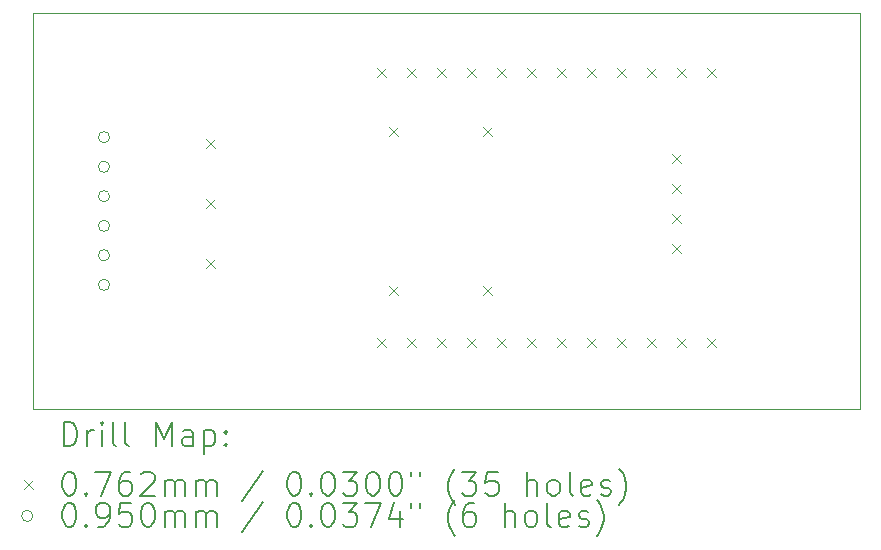
<source format=gbr>
%TF.GenerationSoftware,KiCad,Pcbnew,9.0.0-9.0.0-2~ubuntu24.04.1*%
%TF.CreationDate,2025-03-28T20:08:04+01:00*%
%TF.ProjectId,MarstekMonitor,4d617273-7465-46b4-9d6f-6e69746f722e,rev?*%
%TF.SameCoordinates,Original*%
%TF.FileFunction,Drillmap*%
%TF.FilePolarity,Positive*%
%FSLAX45Y45*%
G04 Gerber Fmt 4.5, Leading zero omitted, Abs format (unit mm)*
G04 Created by KiCad (PCBNEW 9.0.0-9.0.0-2~ubuntu24.04.1) date 2025-03-28 20:08:04*
%MOMM*%
%LPD*%
G01*
G04 APERTURE LIST*
%ADD10C,0.050000*%
%ADD11C,0.200000*%
%ADD12C,0.100000*%
G04 APERTURE END LIST*
D10*
X8700000Y-6250000D02*
X15700000Y-6250000D01*
X15700000Y-9600000D01*
X8700000Y-9600000D01*
X8700000Y-6250000D01*
D11*
D12*
X10161900Y-7311900D02*
X10238100Y-7388100D01*
X10238100Y-7311900D02*
X10161900Y-7388100D01*
X10161900Y-7819900D02*
X10238100Y-7896100D01*
X10238100Y-7819900D02*
X10161900Y-7896100D01*
X10161900Y-8327900D02*
X10238100Y-8404100D01*
X10238100Y-8327900D02*
X10161900Y-8404100D01*
X11611900Y-6711900D02*
X11688100Y-6788100D01*
X11688100Y-6711900D02*
X11611900Y-6788100D01*
X11611900Y-8997900D02*
X11688100Y-9074100D01*
X11688100Y-8997900D02*
X11611900Y-9074100D01*
X11711900Y-7211900D02*
X11788100Y-7288100D01*
X11788100Y-7211900D02*
X11711900Y-7288100D01*
X11711900Y-8561900D02*
X11788100Y-8638100D01*
X11788100Y-8561900D02*
X11711900Y-8638100D01*
X11865900Y-6711900D02*
X11942100Y-6788100D01*
X11942100Y-6711900D02*
X11865900Y-6788100D01*
X11865900Y-8997900D02*
X11942100Y-9074100D01*
X11942100Y-8997900D02*
X11865900Y-9074100D01*
X12119900Y-6711900D02*
X12196100Y-6788100D01*
X12196100Y-6711900D02*
X12119900Y-6788100D01*
X12119900Y-8997900D02*
X12196100Y-9074100D01*
X12196100Y-8997900D02*
X12119900Y-9074100D01*
X12373900Y-6711900D02*
X12450100Y-6788100D01*
X12450100Y-6711900D02*
X12373900Y-6788100D01*
X12373900Y-8997900D02*
X12450100Y-9074100D01*
X12450100Y-8997900D02*
X12373900Y-9074100D01*
X12511900Y-7211900D02*
X12588100Y-7288100D01*
X12588100Y-7211900D02*
X12511900Y-7288100D01*
X12511900Y-8561900D02*
X12588100Y-8638100D01*
X12588100Y-8561900D02*
X12511900Y-8638100D01*
X12627900Y-6711900D02*
X12704100Y-6788100D01*
X12704100Y-6711900D02*
X12627900Y-6788100D01*
X12627900Y-8997900D02*
X12704100Y-9074100D01*
X12704100Y-8997900D02*
X12627900Y-9074100D01*
X12881900Y-6711900D02*
X12958100Y-6788100D01*
X12958100Y-6711900D02*
X12881900Y-6788100D01*
X12881900Y-8997900D02*
X12958100Y-9074100D01*
X12958100Y-8997900D02*
X12881900Y-9074100D01*
X13135900Y-6711900D02*
X13212100Y-6788100D01*
X13212100Y-6711900D02*
X13135900Y-6788100D01*
X13135900Y-8997900D02*
X13212100Y-9074100D01*
X13212100Y-8997900D02*
X13135900Y-9074100D01*
X13389900Y-6711900D02*
X13466100Y-6788100D01*
X13466100Y-6711900D02*
X13389900Y-6788100D01*
X13389900Y-8997900D02*
X13466100Y-9074100D01*
X13466100Y-8997900D02*
X13389900Y-9074100D01*
X13643900Y-6711900D02*
X13720100Y-6788100D01*
X13720100Y-6711900D02*
X13643900Y-6788100D01*
X13643900Y-8997900D02*
X13720100Y-9074100D01*
X13720100Y-8997900D02*
X13643900Y-9074100D01*
X13897900Y-6711900D02*
X13974100Y-6788100D01*
X13974100Y-6711900D02*
X13897900Y-6788100D01*
X13897900Y-8997900D02*
X13974100Y-9074100D01*
X13974100Y-8997900D02*
X13897900Y-9074100D01*
X14111900Y-7438400D02*
X14188100Y-7514600D01*
X14188100Y-7438400D02*
X14111900Y-7514600D01*
X14111900Y-7692400D02*
X14188100Y-7768600D01*
X14188100Y-7692400D02*
X14111900Y-7768600D01*
X14111900Y-7946400D02*
X14188100Y-8022600D01*
X14188100Y-7946400D02*
X14111900Y-8022600D01*
X14111900Y-8200400D02*
X14188100Y-8276600D01*
X14188100Y-8200400D02*
X14111900Y-8276600D01*
X14151900Y-6711900D02*
X14228100Y-6788100D01*
X14228100Y-6711900D02*
X14151900Y-6788100D01*
X14151900Y-8997900D02*
X14228100Y-9074100D01*
X14228100Y-8997900D02*
X14151900Y-9074100D01*
X14405900Y-6711900D02*
X14482100Y-6788100D01*
X14482100Y-6711900D02*
X14405900Y-6788100D01*
X14405900Y-8997900D02*
X14482100Y-9074100D01*
X14482100Y-8997900D02*
X14405900Y-9074100D01*
X9347500Y-7300000D02*
G75*
G02*
X9252500Y-7300000I-47500J0D01*
G01*
X9252500Y-7300000D02*
G75*
G02*
X9347500Y-7300000I47500J0D01*
G01*
X9347500Y-7550000D02*
G75*
G02*
X9252500Y-7550000I-47500J0D01*
G01*
X9252500Y-7550000D02*
G75*
G02*
X9347500Y-7550000I47500J0D01*
G01*
X9347500Y-7800000D02*
G75*
G02*
X9252500Y-7800000I-47500J0D01*
G01*
X9252500Y-7800000D02*
G75*
G02*
X9347500Y-7800000I47500J0D01*
G01*
X9347500Y-8050000D02*
G75*
G02*
X9252500Y-8050000I-47500J0D01*
G01*
X9252500Y-8050000D02*
G75*
G02*
X9347500Y-8050000I47500J0D01*
G01*
X9347500Y-8300000D02*
G75*
G02*
X9252500Y-8300000I-47500J0D01*
G01*
X9252500Y-8300000D02*
G75*
G02*
X9347500Y-8300000I47500J0D01*
G01*
X9347500Y-8550000D02*
G75*
G02*
X9252500Y-8550000I-47500J0D01*
G01*
X9252500Y-8550000D02*
G75*
G02*
X9347500Y-8550000I47500J0D01*
G01*
D11*
X8958277Y-9913984D02*
X8958277Y-9713984D01*
X8958277Y-9713984D02*
X9005896Y-9713984D01*
X9005896Y-9713984D02*
X9034467Y-9723508D01*
X9034467Y-9723508D02*
X9053515Y-9742555D01*
X9053515Y-9742555D02*
X9063039Y-9761603D01*
X9063039Y-9761603D02*
X9072563Y-9799698D01*
X9072563Y-9799698D02*
X9072563Y-9828270D01*
X9072563Y-9828270D02*
X9063039Y-9866365D01*
X9063039Y-9866365D02*
X9053515Y-9885412D01*
X9053515Y-9885412D02*
X9034467Y-9904460D01*
X9034467Y-9904460D02*
X9005896Y-9913984D01*
X9005896Y-9913984D02*
X8958277Y-9913984D01*
X9158277Y-9913984D02*
X9158277Y-9780650D01*
X9158277Y-9818746D02*
X9167801Y-9799698D01*
X9167801Y-9799698D02*
X9177324Y-9790174D01*
X9177324Y-9790174D02*
X9196372Y-9780650D01*
X9196372Y-9780650D02*
X9215420Y-9780650D01*
X9282086Y-9913984D02*
X9282086Y-9780650D01*
X9282086Y-9713984D02*
X9272563Y-9723508D01*
X9272563Y-9723508D02*
X9282086Y-9733031D01*
X9282086Y-9733031D02*
X9291610Y-9723508D01*
X9291610Y-9723508D02*
X9282086Y-9713984D01*
X9282086Y-9713984D02*
X9282086Y-9733031D01*
X9405896Y-9913984D02*
X9386848Y-9904460D01*
X9386848Y-9904460D02*
X9377324Y-9885412D01*
X9377324Y-9885412D02*
X9377324Y-9713984D01*
X9510658Y-9913984D02*
X9491610Y-9904460D01*
X9491610Y-9904460D02*
X9482086Y-9885412D01*
X9482086Y-9885412D02*
X9482086Y-9713984D01*
X9739229Y-9913984D02*
X9739229Y-9713984D01*
X9739229Y-9713984D02*
X9805896Y-9856841D01*
X9805896Y-9856841D02*
X9872563Y-9713984D01*
X9872563Y-9713984D02*
X9872563Y-9913984D01*
X10053515Y-9913984D02*
X10053515Y-9809222D01*
X10053515Y-9809222D02*
X10043991Y-9790174D01*
X10043991Y-9790174D02*
X10024944Y-9780650D01*
X10024944Y-9780650D02*
X9986848Y-9780650D01*
X9986848Y-9780650D02*
X9967801Y-9790174D01*
X10053515Y-9904460D02*
X10034467Y-9913984D01*
X10034467Y-9913984D02*
X9986848Y-9913984D01*
X9986848Y-9913984D02*
X9967801Y-9904460D01*
X9967801Y-9904460D02*
X9958277Y-9885412D01*
X9958277Y-9885412D02*
X9958277Y-9866365D01*
X9958277Y-9866365D02*
X9967801Y-9847317D01*
X9967801Y-9847317D02*
X9986848Y-9837793D01*
X9986848Y-9837793D02*
X10034467Y-9837793D01*
X10034467Y-9837793D02*
X10053515Y-9828270D01*
X10148753Y-9780650D02*
X10148753Y-9980650D01*
X10148753Y-9790174D02*
X10167801Y-9780650D01*
X10167801Y-9780650D02*
X10205896Y-9780650D01*
X10205896Y-9780650D02*
X10224944Y-9790174D01*
X10224944Y-9790174D02*
X10234467Y-9799698D01*
X10234467Y-9799698D02*
X10243991Y-9818746D01*
X10243991Y-9818746D02*
X10243991Y-9875889D01*
X10243991Y-9875889D02*
X10234467Y-9894936D01*
X10234467Y-9894936D02*
X10224944Y-9904460D01*
X10224944Y-9904460D02*
X10205896Y-9913984D01*
X10205896Y-9913984D02*
X10167801Y-9913984D01*
X10167801Y-9913984D02*
X10148753Y-9904460D01*
X10329705Y-9894936D02*
X10339229Y-9904460D01*
X10339229Y-9904460D02*
X10329705Y-9913984D01*
X10329705Y-9913984D02*
X10320182Y-9904460D01*
X10320182Y-9904460D02*
X10329705Y-9894936D01*
X10329705Y-9894936D02*
X10329705Y-9913984D01*
X10329705Y-9790174D02*
X10339229Y-9799698D01*
X10339229Y-9799698D02*
X10329705Y-9809222D01*
X10329705Y-9809222D02*
X10320182Y-9799698D01*
X10320182Y-9799698D02*
X10329705Y-9790174D01*
X10329705Y-9790174D02*
X10329705Y-9809222D01*
D12*
X8621300Y-10204400D02*
X8697500Y-10280600D01*
X8697500Y-10204400D02*
X8621300Y-10280600D01*
D11*
X8996372Y-10133984D02*
X9015420Y-10133984D01*
X9015420Y-10133984D02*
X9034467Y-10143508D01*
X9034467Y-10143508D02*
X9043991Y-10153031D01*
X9043991Y-10153031D02*
X9053515Y-10172079D01*
X9053515Y-10172079D02*
X9063039Y-10210174D01*
X9063039Y-10210174D02*
X9063039Y-10257793D01*
X9063039Y-10257793D02*
X9053515Y-10295889D01*
X9053515Y-10295889D02*
X9043991Y-10314936D01*
X9043991Y-10314936D02*
X9034467Y-10324460D01*
X9034467Y-10324460D02*
X9015420Y-10333984D01*
X9015420Y-10333984D02*
X8996372Y-10333984D01*
X8996372Y-10333984D02*
X8977324Y-10324460D01*
X8977324Y-10324460D02*
X8967801Y-10314936D01*
X8967801Y-10314936D02*
X8958277Y-10295889D01*
X8958277Y-10295889D02*
X8948753Y-10257793D01*
X8948753Y-10257793D02*
X8948753Y-10210174D01*
X8948753Y-10210174D02*
X8958277Y-10172079D01*
X8958277Y-10172079D02*
X8967801Y-10153031D01*
X8967801Y-10153031D02*
X8977324Y-10143508D01*
X8977324Y-10143508D02*
X8996372Y-10133984D01*
X9148753Y-10314936D02*
X9158277Y-10324460D01*
X9158277Y-10324460D02*
X9148753Y-10333984D01*
X9148753Y-10333984D02*
X9139229Y-10324460D01*
X9139229Y-10324460D02*
X9148753Y-10314936D01*
X9148753Y-10314936D02*
X9148753Y-10333984D01*
X9224944Y-10133984D02*
X9358277Y-10133984D01*
X9358277Y-10133984D02*
X9272563Y-10333984D01*
X9520182Y-10133984D02*
X9482086Y-10133984D01*
X9482086Y-10133984D02*
X9463039Y-10143508D01*
X9463039Y-10143508D02*
X9453515Y-10153031D01*
X9453515Y-10153031D02*
X9434467Y-10181603D01*
X9434467Y-10181603D02*
X9424944Y-10219698D01*
X9424944Y-10219698D02*
X9424944Y-10295889D01*
X9424944Y-10295889D02*
X9434467Y-10314936D01*
X9434467Y-10314936D02*
X9443991Y-10324460D01*
X9443991Y-10324460D02*
X9463039Y-10333984D01*
X9463039Y-10333984D02*
X9501134Y-10333984D01*
X9501134Y-10333984D02*
X9520182Y-10324460D01*
X9520182Y-10324460D02*
X9529705Y-10314936D01*
X9529705Y-10314936D02*
X9539229Y-10295889D01*
X9539229Y-10295889D02*
X9539229Y-10248270D01*
X9539229Y-10248270D02*
X9529705Y-10229222D01*
X9529705Y-10229222D02*
X9520182Y-10219698D01*
X9520182Y-10219698D02*
X9501134Y-10210174D01*
X9501134Y-10210174D02*
X9463039Y-10210174D01*
X9463039Y-10210174D02*
X9443991Y-10219698D01*
X9443991Y-10219698D02*
X9434467Y-10229222D01*
X9434467Y-10229222D02*
X9424944Y-10248270D01*
X9615420Y-10153031D02*
X9624944Y-10143508D01*
X9624944Y-10143508D02*
X9643991Y-10133984D01*
X9643991Y-10133984D02*
X9691610Y-10133984D01*
X9691610Y-10133984D02*
X9710658Y-10143508D01*
X9710658Y-10143508D02*
X9720182Y-10153031D01*
X9720182Y-10153031D02*
X9729705Y-10172079D01*
X9729705Y-10172079D02*
X9729705Y-10191127D01*
X9729705Y-10191127D02*
X9720182Y-10219698D01*
X9720182Y-10219698D02*
X9605896Y-10333984D01*
X9605896Y-10333984D02*
X9729705Y-10333984D01*
X9815420Y-10333984D02*
X9815420Y-10200650D01*
X9815420Y-10219698D02*
X9824944Y-10210174D01*
X9824944Y-10210174D02*
X9843991Y-10200650D01*
X9843991Y-10200650D02*
X9872563Y-10200650D01*
X9872563Y-10200650D02*
X9891610Y-10210174D01*
X9891610Y-10210174D02*
X9901134Y-10229222D01*
X9901134Y-10229222D02*
X9901134Y-10333984D01*
X9901134Y-10229222D02*
X9910658Y-10210174D01*
X9910658Y-10210174D02*
X9929705Y-10200650D01*
X9929705Y-10200650D02*
X9958277Y-10200650D01*
X9958277Y-10200650D02*
X9977325Y-10210174D01*
X9977325Y-10210174D02*
X9986848Y-10229222D01*
X9986848Y-10229222D02*
X9986848Y-10333984D01*
X10082086Y-10333984D02*
X10082086Y-10200650D01*
X10082086Y-10219698D02*
X10091610Y-10210174D01*
X10091610Y-10210174D02*
X10110658Y-10200650D01*
X10110658Y-10200650D02*
X10139229Y-10200650D01*
X10139229Y-10200650D02*
X10158277Y-10210174D01*
X10158277Y-10210174D02*
X10167801Y-10229222D01*
X10167801Y-10229222D02*
X10167801Y-10333984D01*
X10167801Y-10229222D02*
X10177325Y-10210174D01*
X10177325Y-10210174D02*
X10196372Y-10200650D01*
X10196372Y-10200650D02*
X10224944Y-10200650D01*
X10224944Y-10200650D02*
X10243991Y-10210174D01*
X10243991Y-10210174D02*
X10253515Y-10229222D01*
X10253515Y-10229222D02*
X10253515Y-10333984D01*
X10643991Y-10124460D02*
X10472563Y-10381603D01*
X10901134Y-10133984D02*
X10920182Y-10133984D01*
X10920182Y-10133984D02*
X10939229Y-10143508D01*
X10939229Y-10143508D02*
X10948753Y-10153031D01*
X10948753Y-10153031D02*
X10958277Y-10172079D01*
X10958277Y-10172079D02*
X10967801Y-10210174D01*
X10967801Y-10210174D02*
X10967801Y-10257793D01*
X10967801Y-10257793D02*
X10958277Y-10295889D01*
X10958277Y-10295889D02*
X10948753Y-10314936D01*
X10948753Y-10314936D02*
X10939229Y-10324460D01*
X10939229Y-10324460D02*
X10920182Y-10333984D01*
X10920182Y-10333984D02*
X10901134Y-10333984D01*
X10901134Y-10333984D02*
X10882087Y-10324460D01*
X10882087Y-10324460D02*
X10872563Y-10314936D01*
X10872563Y-10314936D02*
X10863039Y-10295889D01*
X10863039Y-10295889D02*
X10853515Y-10257793D01*
X10853515Y-10257793D02*
X10853515Y-10210174D01*
X10853515Y-10210174D02*
X10863039Y-10172079D01*
X10863039Y-10172079D02*
X10872563Y-10153031D01*
X10872563Y-10153031D02*
X10882087Y-10143508D01*
X10882087Y-10143508D02*
X10901134Y-10133984D01*
X11053515Y-10314936D02*
X11063039Y-10324460D01*
X11063039Y-10324460D02*
X11053515Y-10333984D01*
X11053515Y-10333984D02*
X11043991Y-10324460D01*
X11043991Y-10324460D02*
X11053515Y-10314936D01*
X11053515Y-10314936D02*
X11053515Y-10333984D01*
X11186848Y-10133984D02*
X11205896Y-10133984D01*
X11205896Y-10133984D02*
X11224944Y-10143508D01*
X11224944Y-10143508D02*
X11234467Y-10153031D01*
X11234467Y-10153031D02*
X11243991Y-10172079D01*
X11243991Y-10172079D02*
X11253515Y-10210174D01*
X11253515Y-10210174D02*
X11253515Y-10257793D01*
X11253515Y-10257793D02*
X11243991Y-10295889D01*
X11243991Y-10295889D02*
X11234467Y-10314936D01*
X11234467Y-10314936D02*
X11224944Y-10324460D01*
X11224944Y-10324460D02*
X11205896Y-10333984D01*
X11205896Y-10333984D02*
X11186848Y-10333984D01*
X11186848Y-10333984D02*
X11167801Y-10324460D01*
X11167801Y-10324460D02*
X11158277Y-10314936D01*
X11158277Y-10314936D02*
X11148753Y-10295889D01*
X11148753Y-10295889D02*
X11139229Y-10257793D01*
X11139229Y-10257793D02*
X11139229Y-10210174D01*
X11139229Y-10210174D02*
X11148753Y-10172079D01*
X11148753Y-10172079D02*
X11158277Y-10153031D01*
X11158277Y-10153031D02*
X11167801Y-10143508D01*
X11167801Y-10143508D02*
X11186848Y-10133984D01*
X11320182Y-10133984D02*
X11443991Y-10133984D01*
X11443991Y-10133984D02*
X11377325Y-10210174D01*
X11377325Y-10210174D02*
X11405896Y-10210174D01*
X11405896Y-10210174D02*
X11424944Y-10219698D01*
X11424944Y-10219698D02*
X11434467Y-10229222D01*
X11434467Y-10229222D02*
X11443991Y-10248270D01*
X11443991Y-10248270D02*
X11443991Y-10295889D01*
X11443991Y-10295889D02*
X11434467Y-10314936D01*
X11434467Y-10314936D02*
X11424944Y-10324460D01*
X11424944Y-10324460D02*
X11405896Y-10333984D01*
X11405896Y-10333984D02*
X11348753Y-10333984D01*
X11348753Y-10333984D02*
X11329706Y-10324460D01*
X11329706Y-10324460D02*
X11320182Y-10314936D01*
X11567801Y-10133984D02*
X11586848Y-10133984D01*
X11586848Y-10133984D02*
X11605896Y-10143508D01*
X11605896Y-10143508D02*
X11615420Y-10153031D01*
X11615420Y-10153031D02*
X11624944Y-10172079D01*
X11624944Y-10172079D02*
X11634467Y-10210174D01*
X11634467Y-10210174D02*
X11634467Y-10257793D01*
X11634467Y-10257793D02*
X11624944Y-10295889D01*
X11624944Y-10295889D02*
X11615420Y-10314936D01*
X11615420Y-10314936D02*
X11605896Y-10324460D01*
X11605896Y-10324460D02*
X11586848Y-10333984D01*
X11586848Y-10333984D02*
X11567801Y-10333984D01*
X11567801Y-10333984D02*
X11548753Y-10324460D01*
X11548753Y-10324460D02*
X11539229Y-10314936D01*
X11539229Y-10314936D02*
X11529706Y-10295889D01*
X11529706Y-10295889D02*
X11520182Y-10257793D01*
X11520182Y-10257793D02*
X11520182Y-10210174D01*
X11520182Y-10210174D02*
X11529706Y-10172079D01*
X11529706Y-10172079D02*
X11539229Y-10153031D01*
X11539229Y-10153031D02*
X11548753Y-10143508D01*
X11548753Y-10143508D02*
X11567801Y-10133984D01*
X11758277Y-10133984D02*
X11777325Y-10133984D01*
X11777325Y-10133984D02*
X11796372Y-10143508D01*
X11796372Y-10143508D02*
X11805896Y-10153031D01*
X11805896Y-10153031D02*
X11815420Y-10172079D01*
X11815420Y-10172079D02*
X11824944Y-10210174D01*
X11824944Y-10210174D02*
X11824944Y-10257793D01*
X11824944Y-10257793D02*
X11815420Y-10295889D01*
X11815420Y-10295889D02*
X11805896Y-10314936D01*
X11805896Y-10314936D02*
X11796372Y-10324460D01*
X11796372Y-10324460D02*
X11777325Y-10333984D01*
X11777325Y-10333984D02*
X11758277Y-10333984D01*
X11758277Y-10333984D02*
X11739229Y-10324460D01*
X11739229Y-10324460D02*
X11729706Y-10314936D01*
X11729706Y-10314936D02*
X11720182Y-10295889D01*
X11720182Y-10295889D02*
X11710658Y-10257793D01*
X11710658Y-10257793D02*
X11710658Y-10210174D01*
X11710658Y-10210174D02*
X11720182Y-10172079D01*
X11720182Y-10172079D02*
X11729706Y-10153031D01*
X11729706Y-10153031D02*
X11739229Y-10143508D01*
X11739229Y-10143508D02*
X11758277Y-10133984D01*
X11901134Y-10133984D02*
X11901134Y-10172079D01*
X11977325Y-10133984D02*
X11977325Y-10172079D01*
X12272563Y-10410174D02*
X12263039Y-10400650D01*
X12263039Y-10400650D02*
X12243991Y-10372079D01*
X12243991Y-10372079D02*
X12234468Y-10353031D01*
X12234468Y-10353031D02*
X12224944Y-10324460D01*
X12224944Y-10324460D02*
X12215420Y-10276841D01*
X12215420Y-10276841D02*
X12215420Y-10238746D01*
X12215420Y-10238746D02*
X12224944Y-10191127D01*
X12224944Y-10191127D02*
X12234468Y-10162555D01*
X12234468Y-10162555D02*
X12243991Y-10143508D01*
X12243991Y-10143508D02*
X12263039Y-10114936D01*
X12263039Y-10114936D02*
X12272563Y-10105412D01*
X12329706Y-10133984D02*
X12453515Y-10133984D01*
X12453515Y-10133984D02*
X12386848Y-10210174D01*
X12386848Y-10210174D02*
X12415420Y-10210174D01*
X12415420Y-10210174D02*
X12434468Y-10219698D01*
X12434468Y-10219698D02*
X12443991Y-10229222D01*
X12443991Y-10229222D02*
X12453515Y-10248270D01*
X12453515Y-10248270D02*
X12453515Y-10295889D01*
X12453515Y-10295889D02*
X12443991Y-10314936D01*
X12443991Y-10314936D02*
X12434468Y-10324460D01*
X12434468Y-10324460D02*
X12415420Y-10333984D01*
X12415420Y-10333984D02*
X12358277Y-10333984D01*
X12358277Y-10333984D02*
X12339229Y-10324460D01*
X12339229Y-10324460D02*
X12329706Y-10314936D01*
X12634468Y-10133984D02*
X12539229Y-10133984D01*
X12539229Y-10133984D02*
X12529706Y-10229222D01*
X12529706Y-10229222D02*
X12539229Y-10219698D01*
X12539229Y-10219698D02*
X12558277Y-10210174D01*
X12558277Y-10210174D02*
X12605896Y-10210174D01*
X12605896Y-10210174D02*
X12624944Y-10219698D01*
X12624944Y-10219698D02*
X12634468Y-10229222D01*
X12634468Y-10229222D02*
X12643991Y-10248270D01*
X12643991Y-10248270D02*
X12643991Y-10295889D01*
X12643991Y-10295889D02*
X12634468Y-10314936D01*
X12634468Y-10314936D02*
X12624944Y-10324460D01*
X12624944Y-10324460D02*
X12605896Y-10333984D01*
X12605896Y-10333984D02*
X12558277Y-10333984D01*
X12558277Y-10333984D02*
X12539229Y-10324460D01*
X12539229Y-10324460D02*
X12529706Y-10314936D01*
X12882087Y-10333984D02*
X12882087Y-10133984D01*
X12967801Y-10333984D02*
X12967801Y-10229222D01*
X12967801Y-10229222D02*
X12958277Y-10210174D01*
X12958277Y-10210174D02*
X12939230Y-10200650D01*
X12939230Y-10200650D02*
X12910658Y-10200650D01*
X12910658Y-10200650D02*
X12891610Y-10210174D01*
X12891610Y-10210174D02*
X12882087Y-10219698D01*
X13091610Y-10333984D02*
X13072563Y-10324460D01*
X13072563Y-10324460D02*
X13063039Y-10314936D01*
X13063039Y-10314936D02*
X13053515Y-10295889D01*
X13053515Y-10295889D02*
X13053515Y-10238746D01*
X13053515Y-10238746D02*
X13063039Y-10219698D01*
X13063039Y-10219698D02*
X13072563Y-10210174D01*
X13072563Y-10210174D02*
X13091610Y-10200650D01*
X13091610Y-10200650D02*
X13120182Y-10200650D01*
X13120182Y-10200650D02*
X13139230Y-10210174D01*
X13139230Y-10210174D02*
X13148753Y-10219698D01*
X13148753Y-10219698D02*
X13158277Y-10238746D01*
X13158277Y-10238746D02*
X13158277Y-10295889D01*
X13158277Y-10295889D02*
X13148753Y-10314936D01*
X13148753Y-10314936D02*
X13139230Y-10324460D01*
X13139230Y-10324460D02*
X13120182Y-10333984D01*
X13120182Y-10333984D02*
X13091610Y-10333984D01*
X13272563Y-10333984D02*
X13253515Y-10324460D01*
X13253515Y-10324460D02*
X13243991Y-10305412D01*
X13243991Y-10305412D02*
X13243991Y-10133984D01*
X13424944Y-10324460D02*
X13405896Y-10333984D01*
X13405896Y-10333984D02*
X13367801Y-10333984D01*
X13367801Y-10333984D02*
X13348753Y-10324460D01*
X13348753Y-10324460D02*
X13339230Y-10305412D01*
X13339230Y-10305412D02*
X13339230Y-10229222D01*
X13339230Y-10229222D02*
X13348753Y-10210174D01*
X13348753Y-10210174D02*
X13367801Y-10200650D01*
X13367801Y-10200650D02*
X13405896Y-10200650D01*
X13405896Y-10200650D02*
X13424944Y-10210174D01*
X13424944Y-10210174D02*
X13434468Y-10229222D01*
X13434468Y-10229222D02*
X13434468Y-10248270D01*
X13434468Y-10248270D02*
X13339230Y-10267317D01*
X13510658Y-10324460D02*
X13529706Y-10333984D01*
X13529706Y-10333984D02*
X13567801Y-10333984D01*
X13567801Y-10333984D02*
X13586849Y-10324460D01*
X13586849Y-10324460D02*
X13596372Y-10305412D01*
X13596372Y-10305412D02*
X13596372Y-10295889D01*
X13596372Y-10295889D02*
X13586849Y-10276841D01*
X13586849Y-10276841D02*
X13567801Y-10267317D01*
X13567801Y-10267317D02*
X13539230Y-10267317D01*
X13539230Y-10267317D02*
X13520182Y-10257793D01*
X13520182Y-10257793D02*
X13510658Y-10238746D01*
X13510658Y-10238746D02*
X13510658Y-10229222D01*
X13510658Y-10229222D02*
X13520182Y-10210174D01*
X13520182Y-10210174D02*
X13539230Y-10200650D01*
X13539230Y-10200650D02*
X13567801Y-10200650D01*
X13567801Y-10200650D02*
X13586849Y-10210174D01*
X13663039Y-10410174D02*
X13672563Y-10400650D01*
X13672563Y-10400650D02*
X13691611Y-10372079D01*
X13691611Y-10372079D02*
X13701134Y-10353031D01*
X13701134Y-10353031D02*
X13710658Y-10324460D01*
X13710658Y-10324460D02*
X13720182Y-10276841D01*
X13720182Y-10276841D02*
X13720182Y-10238746D01*
X13720182Y-10238746D02*
X13710658Y-10191127D01*
X13710658Y-10191127D02*
X13701134Y-10162555D01*
X13701134Y-10162555D02*
X13691611Y-10143508D01*
X13691611Y-10143508D02*
X13672563Y-10114936D01*
X13672563Y-10114936D02*
X13663039Y-10105412D01*
D12*
X8697500Y-10506500D02*
G75*
G02*
X8602500Y-10506500I-47500J0D01*
G01*
X8602500Y-10506500D02*
G75*
G02*
X8697500Y-10506500I47500J0D01*
G01*
D11*
X8996372Y-10397984D02*
X9015420Y-10397984D01*
X9015420Y-10397984D02*
X9034467Y-10407508D01*
X9034467Y-10407508D02*
X9043991Y-10417031D01*
X9043991Y-10417031D02*
X9053515Y-10436079D01*
X9053515Y-10436079D02*
X9063039Y-10474174D01*
X9063039Y-10474174D02*
X9063039Y-10521793D01*
X9063039Y-10521793D02*
X9053515Y-10559889D01*
X9053515Y-10559889D02*
X9043991Y-10578936D01*
X9043991Y-10578936D02*
X9034467Y-10588460D01*
X9034467Y-10588460D02*
X9015420Y-10597984D01*
X9015420Y-10597984D02*
X8996372Y-10597984D01*
X8996372Y-10597984D02*
X8977324Y-10588460D01*
X8977324Y-10588460D02*
X8967801Y-10578936D01*
X8967801Y-10578936D02*
X8958277Y-10559889D01*
X8958277Y-10559889D02*
X8948753Y-10521793D01*
X8948753Y-10521793D02*
X8948753Y-10474174D01*
X8948753Y-10474174D02*
X8958277Y-10436079D01*
X8958277Y-10436079D02*
X8967801Y-10417031D01*
X8967801Y-10417031D02*
X8977324Y-10407508D01*
X8977324Y-10407508D02*
X8996372Y-10397984D01*
X9148753Y-10578936D02*
X9158277Y-10588460D01*
X9158277Y-10588460D02*
X9148753Y-10597984D01*
X9148753Y-10597984D02*
X9139229Y-10588460D01*
X9139229Y-10588460D02*
X9148753Y-10578936D01*
X9148753Y-10578936D02*
X9148753Y-10597984D01*
X9253515Y-10597984D02*
X9291610Y-10597984D01*
X9291610Y-10597984D02*
X9310658Y-10588460D01*
X9310658Y-10588460D02*
X9320182Y-10578936D01*
X9320182Y-10578936D02*
X9339229Y-10550365D01*
X9339229Y-10550365D02*
X9348753Y-10512270D01*
X9348753Y-10512270D02*
X9348753Y-10436079D01*
X9348753Y-10436079D02*
X9339229Y-10417031D01*
X9339229Y-10417031D02*
X9329705Y-10407508D01*
X9329705Y-10407508D02*
X9310658Y-10397984D01*
X9310658Y-10397984D02*
X9272563Y-10397984D01*
X9272563Y-10397984D02*
X9253515Y-10407508D01*
X9253515Y-10407508D02*
X9243991Y-10417031D01*
X9243991Y-10417031D02*
X9234467Y-10436079D01*
X9234467Y-10436079D02*
X9234467Y-10483698D01*
X9234467Y-10483698D02*
X9243991Y-10502746D01*
X9243991Y-10502746D02*
X9253515Y-10512270D01*
X9253515Y-10512270D02*
X9272563Y-10521793D01*
X9272563Y-10521793D02*
X9310658Y-10521793D01*
X9310658Y-10521793D02*
X9329705Y-10512270D01*
X9329705Y-10512270D02*
X9339229Y-10502746D01*
X9339229Y-10502746D02*
X9348753Y-10483698D01*
X9529705Y-10397984D02*
X9434467Y-10397984D01*
X9434467Y-10397984D02*
X9424944Y-10493222D01*
X9424944Y-10493222D02*
X9434467Y-10483698D01*
X9434467Y-10483698D02*
X9453515Y-10474174D01*
X9453515Y-10474174D02*
X9501134Y-10474174D01*
X9501134Y-10474174D02*
X9520182Y-10483698D01*
X9520182Y-10483698D02*
X9529705Y-10493222D01*
X9529705Y-10493222D02*
X9539229Y-10512270D01*
X9539229Y-10512270D02*
X9539229Y-10559889D01*
X9539229Y-10559889D02*
X9529705Y-10578936D01*
X9529705Y-10578936D02*
X9520182Y-10588460D01*
X9520182Y-10588460D02*
X9501134Y-10597984D01*
X9501134Y-10597984D02*
X9453515Y-10597984D01*
X9453515Y-10597984D02*
X9434467Y-10588460D01*
X9434467Y-10588460D02*
X9424944Y-10578936D01*
X9663039Y-10397984D02*
X9682086Y-10397984D01*
X9682086Y-10397984D02*
X9701134Y-10407508D01*
X9701134Y-10407508D02*
X9710658Y-10417031D01*
X9710658Y-10417031D02*
X9720182Y-10436079D01*
X9720182Y-10436079D02*
X9729705Y-10474174D01*
X9729705Y-10474174D02*
X9729705Y-10521793D01*
X9729705Y-10521793D02*
X9720182Y-10559889D01*
X9720182Y-10559889D02*
X9710658Y-10578936D01*
X9710658Y-10578936D02*
X9701134Y-10588460D01*
X9701134Y-10588460D02*
X9682086Y-10597984D01*
X9682086Y-10597984D02*
X9663039Y-10597984D01*
X9663039Y-10597984D02*
X9643991Y-10588460D01*
X9643991Y-10588460D02*
X9634467Y-10578936D01*
X9634467Y-10578936D02*
X9624944Y-10559889D01*
X9624944Y-10559889D02*
X9615420Y-10521793D01*
X9615420Y-10521793D02*
X9615420Y-10474174D01*
X9615420Y-10474174D02*
X9624944Y-10436079D01*
X9624944Y-10436079D02*
X9634467Y-10417031D01*
X9634467Y-10417031D02*
X9643991Y-10407508D01*
X9643991Y-10407508D02*
X9663039Y-10397984D01*
X9815420Y-10597984D02*
X9815420Y-10464650D01*
X9815420Y-10483698D02*
X9824944Y-10474174D01*
X9824944Y-10474174D02*
X9843991Y-10464650D01*
X9843991Y-10464650D02*
X9872563Y-10464650D01*
X9872563Y-10464650D02*
X9891610Y-10474174D01*
X9891610Y-10474174D02*
X9901134Y-10493222D01*
X9901134Y-10493222D02*
X9901134Y-10597984D01*
X9901134Y-10493222D02*
X9910658Y-10474174D01*
X9910658Y-10474174D02*
X9929705Y-10464650D01*
X9929705Y-10464650D02*
X9958277Y-10464650D01*
X9958277Y-10464650D02*
X9977325Y-10474174D01*
X9977325Y-10474174D02*
X9986848Y-10493222D01*
X9986848Y-10493222D02*
X9986848Y-10597984D01*
X10082086Y-10597984D02*
X10082086Y-10464650D01*
X10082086Y-10483698D02*
X10091610Y-10474174D01*
X10091610Y-10474174D02*
X10110658Y-10464650D01*
X10110658Y-10464650D02*
X10139229Y-10464650D01*
X10139229Y-10464650D02*
X10158277Y-10474174D01*
X10158277Y-10474174D02*
X10167801Y-10493222D01*
X10167801Y-10493222D02*
X10167801Y-10597984D01*
X10167801Y-10493222D02*
X10177325Y-10474174D01*
X10177325Y-10474174D02*
X10196372Y-10464650D01*
X10196372Y-10464650D02*
X10224944Y-10464650D01*
X10224944Y-10464650D02*
X10243991Y-10474174D01*
X10243991Y-10474174D02*
X10253515Y-10493222D01*
X10253515Y-10493222D02*
X10253515Y-10597984D01*
X10643991Y-10388460D02*
X10472563Y-10645603D01*
X10901134Y-10397984D02*
X10920182Y-10397984D01*
X10920182Y-10397984D02*
X10939229Y-10407508D01*
X10939229Y-10407508D02*
X10948753Y-10417031D01*
X10948753Y-10417031D02*
X10958277Y-10436079D01*
X10958277Y-10436079D02*
X10967801Y-10474174D01*
X10967801Y-10474174D02*
X10967801Y-10521793D01*
X10967801Y-10521793D02*
X10958277Y-10559889D01*
X10958277Y-10559889D02*
X10948753Y-10578936D01*
X10948753Y-10578936D02*
X10939229Y-10588460D01*
X10939229Y-10588460D02*
X10920182Y-10597984D01*
X10920182Y-10597984D02*
X10901134Y-10597984D01*
X10901134Y-10597984D02*
X10882087Y-10588460D01*
X10882087Y-10588460D02*
X10872563Y-10578936D01*
X10872563Y-10578936D02*
X10863039Y-10559889D01*
X10863039Y-10559889D02*
X10853515Y-10521793D01*
X10853515Y-10521793D02*
X10853515Y-10474174D01*
X10853515Y-10474174D02*
X10863039Y-10436079D01*
X10863039Y-10436079D02*
X10872563Y-10417031D01*
X10872563Y-10417031D02*
X10882087Y-10407508D01*
X10882087Y-10407508D02*
X10901134Y-10397984D01*
X11053515Y-10578936D02*
X11063039Y-10588460D01*
X11063039Y-10588460D02*
X11053515Y-10597984D01*
X11053515Y-10597984D02*
X11043991Y-10588460D01*
X11043991Y-10588460D02*
X11053515Y-10578936D01*
X11053515Y-10578936D02*
X11053515Y-10597984D01*
X11186848Y-10397984D02*
X11205896Y-10397984D01*
X11205896Y-10397984D02*
X11224944Y-10407508D01*
X11224944Y-10407508D02*
X11234467Y-10417031D01*
X11234467Y-10417031D02*
X11243991Y-10436079D01*
X11243991Y-10436079D02*
X11253515Y-10474174D01*
X11253515Y-10474174D02*
X11253515Y-10521793D01*
X11253515Y-10521793D02*
X11243991Y-10559889D01*
X11243991Y-10559889D02*
X11234467Y-10578936D01*
X11234467Y-10578936D02*
X11224944Y-10588460D01*
X11224944Y-10588460D02*
X11205896Y-10597984D01*
X11205896Y-10597984D02*
X11186848Y-10597984D01*
X11186848Y-10597984D02*
X11167801Y-10588460D01*
X11167801Y-10588460D02*
X11158277Y-10578936D01*
X11158277Y-10578936D02*
X11148753Y-10559889D01*
X11148753Y-10559889D02*
X11139229Y-10521793D01*
X11139229Y-10521793D02*
X11139229Y-10474174D01*
X11139229Y-10474174D02*
X11148753Y-10436079D01*
X11148753Y-10436079D02*
X11158277Y-10417031D01*
X11158277Y-10417031D02*
X11167801Y-10407508D01*
X11167801Y-10407508D02*
X11186848Y-10397984D01*
X11320182Y-10397984D02*
X11443991Y-10397984D01*
X11443991Y-10397984D02*
X11377325Y-10474174D01*
X11377325Y-10474174D02*
X11405896Y-10474174D01*
X11405896Y-10474174D02*
X11424944Y-10483698D01*
X11424944Y-10483698D02*
X11434467Y-10493222D01*
X11434467Y-10493222D02*
X11443991Y-10512270D01*
X11443991Y-10512270D02*
X11443991Y-10559889D01*
X11443991Y-10559889D02*
X11434467Y-10578936D01*
X11434467Y-10578936D02*
X11424944Y-10588460D01*
X11424944Y-10588460D02*
X11405896Y-10597984D01*
X11405896Y-10597984D02*
X11348753Y-10597984D01*
X11348753Y-10597984D02*
X11329706Y-10588460D01*
X11329706Y-10588460D02*
X11320182Y-10578936D01*
X11510658Y-10397984D02*
X11643991Y-10397984D01*
X11643991Y-10397984D02*
X11558277Y-10597984D01*
X11805896Y-10464650D02*
X11805896Y-10597984D01*
X11758277Y-10388460D02*
X11710658Y-10531317D01*
X11710658Y-10531317D02*
X11834467Y-10531317D01*
X11901134Y-10397984D02*
X11901134Y-10436079D01*
X11977325Y-10397984D02*
X11977325Y-10436079D01*
X12272563Y-10674174D02*
X12263039Y-10664650D01*
X12263039Y-10664650D02*
X12243991Y-10636079D01*
X12243991Y-10636079D02*
X12234468Y-10617031D01*
X12234468Y-10617031D02*
X12224944Y-10588460D01*
X12224944Y-10588460D02*
X12215420Y-10540841D01*
X12215420Y-10540841D02*
X12215420Y-10502746D01*
X12215420Y-10502746D02*
X12224944Y-10455127D01*
X12224944Y-10455127D02*
X12234468Y-10426555D01*
X12234468Y-10426555D02*
X12243991Y-10407508D01*
X12243991Y-10407508D02*
X12263039Y-10378936D01*
X12263039Y-10378936D02*
X12272563Y-10369412D01*
X12434468Y-10397984D02*
X12396372Y-10397984D01*
X12396372Y-10397984D02*
X12377325Y-10407508D01*
X12377325Y-10407508D02*
X12367801Y-10417031D01*
X12367801Y-10417031D02*
X12348753Y-10445603D01*
X12348753Y-10445603D02*
X12339229Y-10483698D01*
X12339229Y-10483698D02*
X12339229Y-10559889D01*
X12339229Y-10559889D02*
X12348753Y-10578936D01*
X12348753Y-10578936D02*
X12358277Y-10588460D01*
X12358277Y-10588460D02*
X12377325Y-10597984D01*
X12377325Y-10597984D02*
X12415420Y-10597984D01*
X12415420Y-10597984D02*
X12434468Y-10588460D01*
X12434468Y-10588460D02*
X12443991Y-10578936D01*
X12443991Y-10578936D02*
X12453515Y-10559889D01*
X12453515Y-10559889D02*
X12453515Y-10512270D01*
X12453515Y-10512270D02*
X12443991Y-10493222D01*
X12443991Y-10493222D02*
X12434468Y-10483698D01*
X12434468Y-10483698D02*
X12415420Y-10474174D01*
X12415420Y-10474174D02*
X12377325Y-10474174D01*
X12377325Y-10474174D02*
X12358277Y-10483698D01*
X12358277Y-10483698D02*
X12348753Y-10493222D01*
X12348753Y-10493222D02*
X12339229Y-10512270D01*
X12691610Y-10597984D02*
X12691610Y-10397984D01*
X12777325Y-10597984D02*
X12777325Y-10493222D01*
X12777325Y-10493222D02*
X12767801Y-10474174D01*
X12767801Y-10474174D02*
X12748753Y-10464650D01*
X12748753Y-10464650D02*
X12720182Y-10464650D01*
X12720182Y-10464650D02*
X12701134Y-10474174D01*
X12701134Y-10474174D02*
X12691610Y-10483698D01*
X12901134Y-10597984D02*
X12882087Y-10588460D01*
X12882087Y-10588460D02*
X12872563Y-10578936D01*
X12872563Y-10578936D02*
X12863039Y-10559889D01*
X12863039Y-10559889D02*
X12863039Y-10502746D01*
X12863039Y-10502746D02*
X12872563Y-10483698D01*
X12872563Y-10483698D02*
X12882087Y-10474174D01*
X12882087Y-10474174D02*
X12901134Y-10464650D01*
X12901134Y-10464650D02*
X12929706Y-10464650D01*
X12929706Y-10464650D02*
X12948753Y-10474174D01*
X12948753Y-10474174D02*
X12958277Y-10483698D01*
X12958277Y-10483698D02*
X12967801Y-10502746D01*
X12967801Y-10502746D02*
X12967801Y-10559889D01*
X12967801Y-10559889D02*
X12958277Y-10578936D01*
X12958277Y-10578936D02*
X12948753Y-10588460D01*
X12948753Y-10588460D02*
X12929706Y-10597984D01*
X12929706Y-10597984D02*
X12901134Y-10597984D01*
X13082087Y-10597984D02*
X13063039Y-10588460D01*
X13063039Y-10588460D02*
X13053515Y-10569412D01*
X13053515Y-10569412D02*
X13053515Y-10397984D01*
X13234468Y-10588460D02*
X13215420Y-10597984D01*
X13215420Y-10597984D02*
X13177325Y-10597984D01*
X13177325Y-10597984D02*
X13158277Y-10588460D01*
X13158277Y-10588460D02*
X13148753Y-10569412D01*
X13148753Y-10569412D02*
X13148753Y-10493222D01*
X13148753Y-10493222D02*
X13158277Y-10474174D01*
X13158277Y-10474174D02*
X13177325Y-10464650D01*
X13177325Y-10464650D02*
X13215420Y-10464650D01*
X13215420Y-10464650D02*
X13234468Y-10474174D01*
X13234468Y-10474174D02*
X13243991Y-10493222D01*
X13243991Y-10493222D02*
X13243991Y-10512270D01*
X13243991Y-10512270D02*
X13148753Y-10531317D01*
X13320182Y-10588460D02*
X13339230Y-10597984D01*
X13339230Y-10597984D02*
X13377325Y-10597984D01*
X13377325Y-10597984D02*
X13396372Y-10588460D01*
X13396372Y-10588460D02*
X13405896Y-10569412D01*
X13405896Y-10569412D02*
X13405896Y-10559889D01*
X13405896Y-10559889D02*
X13396372Y-10540841D01*
X13396372Y-10540841D02*
X13377325Y-10531317D01*
X13377325Y-10531317D02*
X13348753Y-10531317D01*
X13348753Y-10531317D02*
X13329706Y-10521793D01*
X13329706Y-10521793D02*
X13320182Y-10502746D01*
X13320182Y-10502746D02*
X13320182Y-10493222D01*
X13320182Y-10493222D02*
X13329706Y-10474174D01*
X13329706Y-10474174D02*
X13348753Y-10464650D01*
X13348753Y-10464650D02*
X13377325Y-10464650D01*
X13377325Y-10464650D02*
X13396372Y-10474174D01*
X13472563Y-10674174D02*
X13482087Y-10664650D01*
X13482087Y-10664650D02*
X13501134Y-10636079D01*
X13501134Y-10636079D02*
X13510658Y-10617031D01*
X13510658Y-10617031D02*
X13520182Y-10588460D01*
X13520182Y-10588460D02*
X13529706Y-10540841D01*
X13529706Y-10540841D02*
X13529706Y-10502746D01*
X13529706Y-10502746D02*
X13520182Y-10455127D01*
X13520182Y-10455127D02*
X13510658Y-10426555D01*
X13510658Y-10426555D02*
X13501134Y-10407508D01*
X13501134Y-10407508D02*
X13482087Y-10378936D01*
X13482087Y-10378936D02*
X13472563Y-10369412D01*
M02*

</source>
